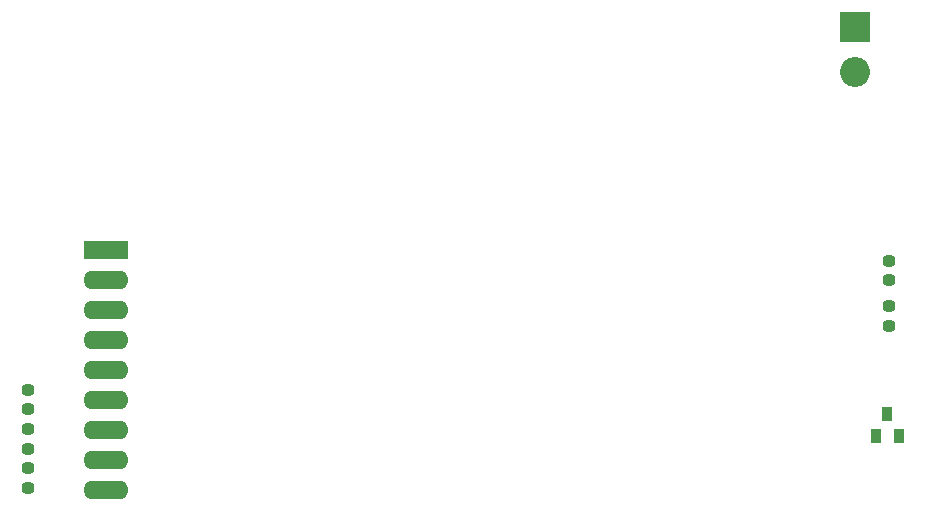
<source format=gbr>
%TF.GenerationSoftware,KiCad,Pcbnew,8.0.6*%
%TF.CreationDate,2024-10-30T16:41:28+09:00*%
%TF.ProjectId,badge24,62616467-6532-4342-9e6b-696361645f70,A*%
%TF.SameCoordinates,Original*%
%TF.FileFunction,Paste,Bot*%
%TF.FilePolarity,Positive*%
%FSLAX46Y46*%
G04 Gerber Fmt 4.6, Leading zero omitted, Abs format (unit mm)*
G04 Created by KiCad (PCBNEW 8.0.6) date 2024-10-30 16:41:28*
%MOMM*%
%LPD*%
G01*
G04 APERTURE LIST*
G04 Aperture macros list*
%AMRoundRect*
0 Rectangle with rounded corners*
0 $1 Rounding radius*
0 $2 $3 $4 $5 $6 $7 $8 $9 X,Y pos of 4 corners*
0 Add a 4 corners polygon primitive as box body*
4,1,4,$2,$3,$4,$5,$6,$7,$8,$9,$2,$3,0*
0 Add four circle primitives for the rounded corners*
1,1,$1+$1,$2,$3*
1,1,$1+$1,$4,$5*
1,1,$1+$1,$6,$7*
1,1,$1+$1,$8,$9*
0 Add four rect primitives between the rounded corners*
20,1,$1+$1,$2,$3,$4,$5,0*
20,1,$1+$1,$4,$5,$6,$7,0*
20,1,$1+$1,$6,$7,$8,$9,0*
20,1,$1+$1,$8,$9,$2,$3,0*%
G04 Aperture macros list end*
%ADD10RoundRect,0.237500X-0.262500X0.237500X-0.262500X-0.237500X0.262500X-0.237500X0.262500X0.237500X0*%
%ADD11R,3.810000X1.574800*%
%ADD12O,3.810000X1.574800*%
%ADD13RoundRect,0.237500X0.262500X-0.237500X0.262500X0.237500X-0.262500X0.237500X-0.262500X-0.237500X0*%
%ADD14R,2.540000X2.540000*%
%ADD15O,2.540000X2.540000*%
%ADD16R,0.914400X1.168400*%
G04 APERTURE END LIST*
D10*
%TO.C,R5*%
X111726250Y-107988570D03*
X111726250Y-106338570D03*
%TD*%
D11*
%TO.C,J7*%
X118319050Y-87805970D03*
D12*
X118319050Y-90345970D03*
X118319050Y-92885970D03*
X118319050Y-95425970D03*
X118319050Y-97965970D03*
X118319050Y-100505970D03*
X118319050Y-103045970D03*
X118319050Y-105585970D03*
X118319050Y-108125970D03*
%TD*%
D13*
%TO.C,R2*%
X184586250Y-92593570D03*
X184586250Y-94243570D03*
%TD*%
D14*
%TO.C,J99*%
X181736250Y-68949570D03*
D15*
X181736250Y-72759570D03*
%TD*%
D13*
%TO.C,R3*%
X111736250Y-99693570D03*
X111736250Y-101343570D03*
%TD*%
D16*
%TO.C,T1*%
X185433890Y-103598200D03*
X183533890Y-103598200D03*
X184483890Y-101723200D03*
%TD*%
D10*
%TO.C,R1*%
X184586250Y-90418570D03*
X184586250Y-88768570D03*
%TD*%
D13*
%TO.C,R4*%
X111711250Y-103043570D03*
X111711250Y-104693570D03*
%TD*%
M02*

</source>
